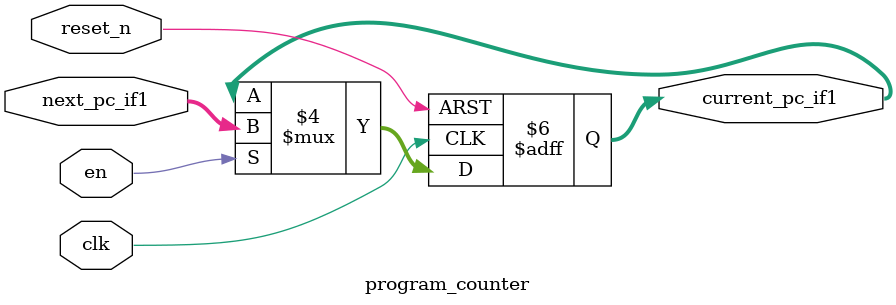
<source format=sv>
module program_counter #(
    parameter MAX_LIMIT = 800 // ignored in the current implementation
)(
    input logic clk, 
    input logic reset_n, 
    input logic en,
    input logic [31:0] next_pc_if1, 
    output logic [31:0] current_pc_if1
);

    always_ff @(posedge clk, negedge reset_n) 
    begin 
        if(~reset_n)
`ifdef BOOT
                    current_pc_if1 <= 32'h00000000; // base address ROM
`elsif PD_BUILD
                    current_pc_if1 <= 32'h00000000; // base address ROM
`elsif VIVADO_SIM
                    current_pc_if1 <= 32'h80000000; // base address ROM
`elsif VCS_SIM
                    current_pc_if1 <= 32'h80000000; // base address ROM
`else
                    current_pc_if1 <= 32'h00000000; // base address ROM
`endif
        else if (en)
            current_pc_if1 <=  next_pc_if1;
            else 
            current_pc_if1 <= current_pc_if1; 
    end
    
endmodule
</source>
